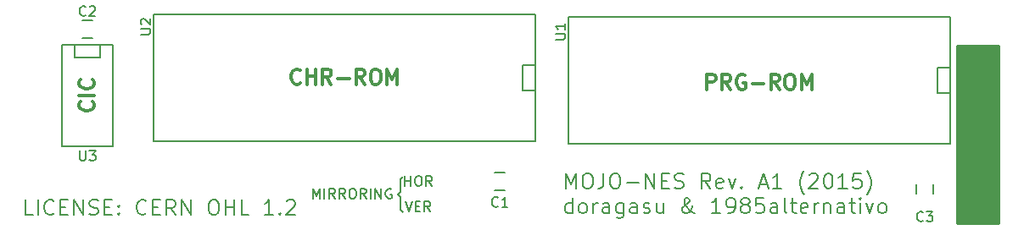
<source format=gbr>
G04 #@! TF.GenerationSoftware,KiCad,Pcbnew,(2016-12-22 revision d365dc590)-master*
G04 #@! TF.CreationDate,2016-12-28T11:12:27+01:00*
G04 #@! TF.ProjectId,mojo-nes,6D6F6A6F2D6E65732E6B696361645F70,rev?*
G04 #@! TF.FileFunction,Legend,Top*
G04 #@! TF.FilePolarity,Positive*
%FSLAX46Y46*%
G04 Gerber Fmt 4.6, Leading zero omitted, Abs format (unit mm)*
G04 Created by KiCad (PCBNEW (2016-12-22 revision d365dc590)-master) date Wed Dec 28 11:12:27 2016*
%MOMM*%
%LPD*%
G01*
G04 APERTURE LIST*
%ADD10C,0.100000*%
%ADD11C,0.203200*%
%ADD12C,0.300000*%
%ADD13C,0.152400*%
%ADD14C,0.150000*%
%ADD15C,0.254000*%
G04 APERTURE END LIST*
D10*
D11*
X95123000Y-115878428D02*
X94397285Y-115878428D01*
X94397285Y-114354428D01*
X95631000Y-115878428D02*
X95631000Y-114354428D01*
X97227571Y-115733285D02*
X97155000Y-115805857D01*
X96937285Y-115878428D01*
X96792142Y-115878428D01*
X96574428Y-115805857D01*
X96429285Y-115660714D01*
X96356714Y-115515571D01*
X96284142Y-115225285D01*
X96284142Y-115007571D01*
X96356714Y-114717285D01*
X96429285Y-114572142D01*
X96574428Y-114427000D01*
X96792142Y-114354428D01*
X96937285Y-114354428D01*
X97155000Y-114427000D01*
X97227571Y-114499571D01*
X97880714Y-115080142D02*
X98388714Y-115080142D01*
X98606428Y-115878428D02*
X97880714Y-115878428D01*
X97880714Y-114354428D01*
X98606428Y-114354428D01*
X99259571Y-115878428D02*
X99259571Y-114354428D01*
X100130428Y-115878428D01*
X100130428Y-114354428D01*
X100783571Y-115805857D02*
X101001285Y-115878428D01*
X101364142Y-115878428D01*
X101509285Y-115805857D01*
X101581857Y-115733285D01*
X101654428Y-115588142D01*
X101654428Y-115443000D01*
X101581857Y-115297857D01*
X101509285Y-115225285D01*
X101364142Y-115152714D01*
X101073857Y-115080142D01*
X100928714Y-115007571D01*
X100856142Y-114935000D01*
X100783571Y-114789857D01*
X100783571Y-114644714D01*
X100856142Y-114499571D01*
X100928714Y-114427000D01*
X101073857Y-114354428D01*
X101436714Y-114354428D01*
X101654428Y-114427000D01*
X102307571Y-115080142D02*
X102815571Y-115080142D01*
X103033285Y-115878428D02*
X102307571Y-115878428D01*
X102307571Y-114354428D01*
X103033285Y-114354428D01*
X103686428Y-115733285D02*
X103759000Y-115805857D01*
X103686428Y-115878428D01*
X103613857Y-115805857D01*
X103686428Y-115733285D01*
X103686428Y-115878428D01*
X103686428Y-114935000D02*
X103759000Y-115007571D01*
X103686428Y-115080142D01*
X103613857Y-115007571D01*
X103686428Y-114935000D01*
X103686428Y-115080142D01*
X106444142Y-115733285D02*
X106371571Y-115805857D01*
X106153857Y-115878428D01*
X106008714Y-115878428D01*
X105791000Y-115805857D01*
X105645857Y-115660714D01*
X105573285Y-115515571D01*
X105500714Y-115225285D01*
X105500714Y-115007571D01*
X105573285Y-114717285D01*
X105645857Y-114572142D01*
X105791000Y-114427000D01*
X106008714Y-114354428D01*
X106153857Y-114354428D01*
X106371571Y-114427000D01*
X106444142Y-114499571D01*
X107097285Y-115080142D02*
X107605285Y-115080142D01*
X107823000Y-115878428D02*
X107097285Y-115878428D01*
X107097285Y-114354428D01*
X107823000Y-114354428D01*
X109347000Y-115878428D02*
X108839000Y-115152714D01*
X108476142Y-115878428D02*
X108476142Y-114354428D01*
X109056714Y-114354428D01*
X109201857Y-114427000D01*
X109274428Y-114499571D01*
X109347000Y-114644714D01*
X109347000Y-114862428D01*
X109274428Y-115007571D01*
X109201857Y-115080142D01*
X109056714Y-115152714D01*
X108476142Y-115152714D01*
X110000142Y-115878428D02*
X110000142Y-114354428D01*
X110871000Y-115878428D01*
X110871000Y-114354428D01*
X113048142Y-114354428D02*
X113338428Y-114354428D01*
X113483571Y-114427000D01*
X113628714Y-114572142D01*
X113701285Y-114862428D01*
X113701285Y-115370428D01*
X113628714Y-115660714D01*
X113483571Y-115805857D01*
X113338428Y-115878428D01*
X113048142Y-115878428D01*
X112903000Y-115805857D01*
X112757857Y-115660714D01*
X112685285Y-115370428D01*
X112685285Y-114862428D01*
X112757857Y-114572142D01*
X112903000Y-114427000D01*
X113048142Y-114354428D01*
X114354428Y-115878428D02*
X114354428Y-114354428D01*
X114354428Y-115080142D02*
X115225285Y-115080142D01*
X115225285Y-115878428D02*
X115225285Y-114354428D01*
X116676714Y-115878428D02*
X115951000Y-115878428D01*
X115951000Y-114354428D01*
X119144142Y-115878428D02*
X118273285Y-115878428D01*
X118708714Y-115878428D02*
X118708714Y-114354428D01*
X118563571Y-114572142D01*
X118418428Y-114717285D01*
X118273285Y-114789857D01*
X119797285Y-115733285D02*
X119869857Y-115805857D01*
X119797285Y-115878428D01*
X119724714Y-115805857D01*
X119797285Y-115733285D01*
X119797285Y-115878428D01*
X120450428Y-114499571D02*
X120523000Y-114427000D01*
X120668142Y-114354428D01*
X121031000Y-114354428D01*
X121176142Y-114427000D01*
X121248714Y-114499571D01*
X121321285Y-114644714D01*
X121321285Y-114789857D01*
X121248714Y-115007571D01*
X120377857Y-115878428D01*
X121321285Y-115878428D01*
X148322937Y-113236828D02*
X148322937Y-111712828D01*
X148830937Y-112801400D01*
X149338937Y-111712828D01*
X149338937Y-113236828D01*
X150354937Y-111712828D02*
X150645222Y-111712828D01*
X150790365Y-111785400D01*
X150935508Y-111930542D01*
X151008080Y-112220828D01*
X151008080Y-112728828D01*
X150935508Y-113019114D01*
X150790365Y-113164257D01*
X150645222Y-113236828D01*
X150354937Y-113236828D01*
X150209794Y-113164257D01*
X150064651Y-113019114D01*
X149992080Y-112728828D01*
X149992080Y-112220828D01*
X150064651Y-111930542D01*
X150209794Y-111785400D01*
X150354937Y-111712828D01*
X152096651Y-111712828D02*
X152096651Y-112801400D01*
X152024080Y-113019114D01*
X151878937Y-113164257D01*
X151661222Y-113236828D01*
X151516080Y-113236828D01*
X153112651Y-111712828D02*
X153402937Y-111712828D01*
X153548080Y-111785400D01*
X153693222Y-111930542D01*
X153765794Y-112220828D01*
X153765794Y-112728828D01*
X153693222Y-113019114D01*
X153548080Y-113164257D01*
X153402937Y-113236828D01*
X153112651Y-113236828D01*
X152967508Y-113164257D01*
X152822365Y-113019114D01*
X152749794Y-112728828D01*
X152749794Y-112220828D01*
X152822365Y-111930542D01*
X152967508Y-111785400D01*
X153112651Y-111712828D01*
X154418937Y-112656257D02*
X155580080Y-112656257D01*
X156305794Y-113236828D02*
X156305794Y-111712828D01*
X157176651Y-113236828D01*
X157176651Y-111712828D01*
X157902365Y-112438542D02*
X158410365Y-112438542D01*
X158628080Y-113236828D02*
X157902365Y-113236828D01*
X157902365Y-111712828D01*
X158628080Y-111712828D01*
X159208651Y-113164257D02*
X159426365Y-113236828D01*
X159789222Y-113236828D01*
X159934365Y-113164257D01*
X160006937Y-113091685D01*
X160079508Y-112946542D01*
X160079508Y-112801400D01*
X160006937Y-112656257D01*
X159934365Y-112583685D01*
X159789222Y-112511114D01*
X159498937Y-112438542D01*
X159353794Y-112365971D01*
X159281222Y-112293400D01*
X159208651Y-112148257D01*
X159208651Y-112003114D01*
X159281222Y-111857971D01*
X159353794Y-111785400D01*
X159498937Y-111712828D01*
X159861794Y-111712828D01*
X160079508Y-111785400D01*
X162764651Y-113236828D02*
X162256651Y-112511114D01*
X161893794Y-113236828D02*
X161893794Y-111712828D01*
X162474365Y-111712828D01*
X162619508Y-111785400D01*
X162692080Y-111857971D01*
X162764651Y-112003114D01*
X162764651Y-112220828D01*
X162692080Y-112365971D01*
X162619508Y-112438542D01*
X162474365Y-112511114D01*
X161893794Y-112511114D01*
X163998365Y-113164257D02*
X163853222Y-113236828D01*
X163562937Y-113236828D01*
X163417794Y-113164257D01*
X163345222Y-113019114D01*
X163345222Y-112438542D01*
X163417794Y-112293400D01*
X163562937Y-112220828D01*
X163853222Y-112220828D01*
X163998365Y-112293400D01*
X164070937Y-112438542D01*
X164070937Y-112583685D01*
X163345222Y-112728828D01*
X164578937Y-112220828D02*
X164941794Y-113236828D01*
X165304651Y-112220828D01*
X165885222Y-113091685D02*
X165957794Y-113164257D01*
X165885222Y-113236828D01*
X165812651Y-113164257D01*
X165885222Y-113091685D01*
X165885222Y-113236828D01*
X167699508Y-112801400D02*
X168425222Y-112801400D01*
X167554365Y-113236828D02*
X168062365Y-111712828D01*
X168570365Y-113236828D01*
X169876651Y-113236828D02*
X169005794Y-113236828D01*
X169441222Y-113236828D02*
X169441222Y-111712828D01*
X169296080Y-111930542D01*
X169150937Y-112075685D01*
X169005794Y-112148257D01*
X172126365Y-113817400D02*
X172053794Y-113744828D01*
X171908651Y-113527114D01*
X171836080Y-113381971D01*
X171763508Y-113164257D01*
X171690937Y-112801400D01*
X171690937Y-112511114D01*
X171763508Y-112148257D01*
X171836080Y-111930542D01*
X171908651Y-111785400D01*
X172053794Y-111567685D01*
X172126365Y-111495114D01*
X172634365Y-111857971D02*
X172706937Y-111785400D01*
X172852080Y-111712828D01*
X173214937Y-111712828D01*
X173360080Y-111785400D01*
X173432651Y-111857971D01*
X173505222Y-112003114D01*
X173505222Y-112148257D01*
X173432651Y-112365971D01*
X172561794Y-113236828D01*
X173505222Y-113236828D01*
X174448651Y-111712828D02*
X174593794Y-111712828D01*
X174738937Y-111785400D01*
X174811508Y-111857971D01*
X174884080Y-112003114D01*
X174956651Y-112293400D01*
X174956651Y-112656257D01*
X174884080Y-112946542D01*
X174811508Y-113091685D01*
X174738937Y-113164257D01*
X174593794Y-113236828D01*
X174448651Y-113236828D01*
X174303508Y-113164257D01*
X174230937Y-113091685D01*
X174158365Y-112946542D01*
X174085794Y-112656257D01*
X174085794Y-112293400D01*
X174158365Y-112003114D01*
X174230937Y-111857971D01*
X174303508Y-111785400D01*
X174448651Y-111712828D01*
X176408080Y-113236828D02*
X175537222Y-113236828D01*
X175972651Y-113236828D02*
X175972651Y-111712828D01*
X175827508Y-111930542D01*
X175682365Y-112075685D01*
X175537222Y-112148257D01*
X177786937Y-111712828D02*
X177061222Y-111712828D01*
X176988651Y-112438542D01*
X177061222Y-112365971D01*
X177206365Y-112293400D01*
X177569222Y-112293400D01*
X177714365Y-112365971D01*
X177786937Y-112438542D01*
X177859508Y-112583685D01*
X177859508Y-112946542D01*
X177786937Y-113091685D01*
X177714365Y-113164257D01*
X177569222Y-113236828D01*
X177206365Y-113236828D01*
X177061222Y-113164257D01*
X176988651Y-113091685D01*
X178367508Y-113817400D02*
X178440080Y-113744828D01*
X178585222Y-113527114D01*
X178657794Y-113381971D01*
X178730365Y-113164257D01*
X178802937Y-112801400D01*
X178802937Y-112511114D01*
X178730365Y-112148257D01*
X178657794Y-111930542D01*
X178585222Y-111785400D01*
X178440080Y-111567685D01*
X178367508Y-111495114D01*
X148976080Y-115726028D02*
X148976080Y-114202028D01*
X148976080Y-115653457D02*
X148830937Y-115726028D01*
X148540651Y-115726028D01*
X148395508Y-115653457D01*
X148322937Y-115580885D01*
X148250365Y-115435742D01*
X148250365Y-115000314D01*
X148322937Y-114855171D01*
X148395508Y-114782600D01*
X148540651Y-114710028D01*
X148830937Y-114710028D01*
X148976080Y-114782600D01*
X149919508Y-115726028D02*
X149774365Y-115653457D01*
X149701794Y-115580885D01*
X149629222Y-115435742D01*
X149629222Y-115000314D01*
X149701794Y-114855171D01*
X149774365Y-114782600D01*
X149919508Y-114710028D01*
X150137222Y-114710028D01*
X150282365Y-114782600D01*
X150354937Y-114855171D01*
X150427508Y-115000314D01*
X150427508Y-115435742D01*
X150354937Y-115580885D01*
X150282365Y-115653457D01*
X150137222Y-115726028D01*
X149919508Y-115726028D01*
X151080651Y-115726028D02*
X151080651Y-114710028D01*
X151080651Y-115000314D02*
X151153222Y-114855171D01*
X151225794Y-114782600D01*
X151370937Y-114710028D01*
X151516080Y-114710028D01*
X152677222Y-115726028D02*
X152677222Y-114927742D01*
X152604651Y-114782600D01*
X152459508Y-114710028D01*
X152169222Y-114710028D01*
X152024080Y-114782600D01*
X152677222Y-115653457D02*
X152532080Y-115726028D01*
X152169222Y-115726028D01*
X152024080Y-115653457D01*
X151951508Y-115508314D01*
X151951508Y-115363171D01*
X152024080Y-115218028D01*
X152169222Y-115145457D01*
X152532080Y-115145457D01*
X152677222Y-115072885D01*
X154056080Y-114710028D02*
X154056080Y-115943742D01*
X153983508Y-116088885D01*
X153910937Y-116161457D01*
X153765794Y-116234028D01*
X153548080Y-116234028D01*
X153402937Y-116161457D01*
X154056080Y-115653457D02*
X153910937Y-115726028D01*
X153620651Y-115726028D01*
X153475508Y-115653457D01*
X153402937Y-115580885D01*
X153330365Y-115435742D01*
X153330365Y-115000314D01*
X153402937Y-114855171D01*
X153475508Y-114782600D01*
X153620651Y-114710028D01*
X153910937Y-114710028D01*
X154056080Y-114782600D01*
X155434937Y-115726028D02*
X155434937Y-114927742D01*
X155362365Y-114782600D01*
X155217222Y-114710028D01*
X154926937Y-114710028D01*
X154781794Y-114782600D01*
X155434937Y-115653457D02*
X155289794Y-115726028D01*
X154926937Y-115726028D01*
X154781794Y-115653457D01*
X154709222Y-115508314D01*
X154709222Y-115363171D01*
X154781794Y-115218028D01*
X154926937Y-115145457D01*
X155289794Y-115145457D01*
X155434937Y-115072885D01*
X156088080Y-115653457D02*
X156233222Y-115726028D01*
X156523508Y-115726028D01*
X156668651Y-115653457D01*
X156741222Y-115508314D01*
X156741222Y-115435742D01*
X156668651Y-115290600D01*
X156523508Y-115218028D01*
X156305794Y-115218028D01*
X156160651Y-115145457D01*
X156088080Y-115000314D01*
X156088080Y-114927742D01*
X156160651Y-114782600D01*
X156305794Y-114710028D01*
X156523508Y-114710028D01*
X156668651Y-114782600D01*
X158047508Y-114710028D02*
X158047508Y-115726028D01*
X157394365Y-114710028D02*
X157394365Y-115508314D01*
X157466937Y-115653457D01*
X157612080Y-115726028D01*
X157829794Y-115726028D01*
X157974937Y-115653457D01*
X158047508Y-115580885D01*
X161168080Y-115726028D02*
X161095508Y-115726028D01*
X160950365Y-115653457D01*
X160732651Y-115435742D01*
X160369794Y-115000314D01*
X160224651Y-114782600D01*
X160152080Y-114564885D01*
X160152080Y-114419742D01*
X160224651Y-114274600D01*
X160369794Y-114202028D01*
X160442365Y-114202028D01*
X160587508Y-114274600D01*
X160660080Y-114419742D01*
X160660080Y-114492314D01*
X160587508Y-114637457D01*
X160514937Y-114710028D01*
X160079508Y-115000314D01*
X160006937Y-115072885D01*
X159934365Y-115218028D01*
X159934365Y-115435742D01*
X160006937Y-115580885D01*
X160079508Y-115653457D01*
X160224651Y-115726028D01*
X160442365Y-115726028D01*
X160587508Y-115653457D01*
X160660080Y-115580885D01*
X160877794Y-115290600D01*
X160950365Y-115072885D01*
X160950365Y-114927742D01*
X163780651Y-115726028D02*
X162909794Y-115726028D01*
X163345222Y-115726028D02*
X163345222Y-114202028D01*
X163200080Y-114419742D01*
X163054937Y-114564885D01*
X162909794Y-114637457D01*
X164506365Y-115726028D02*
X164796651Y-115726028D01*
X164941794Y-115653457D01*
X165014365Y-115580885D01*
X165159508Y-115363171D01*
X165232080Y-115072885D01*
X165232080Y-114492314D01*
X165159508Y-114347171D01*
X165086937Y-114274600D01*
X164941794Y-114202028D01*
X164651508Y-114202028D01*
X164506365Y-114274600D01*
X164433794Y-114347171D01*
X164361222Y-114492314D01*
X164361222Y-114855171D01*
X164433794Y-115000314D01*
X164506365Y-115072885D01*
X164651508Y-115145457D01*
X164941794Y-115145457D01*
X165086937Y-115072885D01*
X165159508Y-115000314D01*
X165232080Y-114855171D01*
X166102937Y-114855171D02*
X165957794Y-114782600D01*
X165885222Y-114710028D01*
X165812651Y-114564885D01*
X165812651Y-114492314D01*
X165885222Y-114347171D01*
X165957794Y-114274600D01*
X166102937Y-114202028D01*
X166393222Y-114202028D01*
X166538365Y-114274600D01*
X166610937Y-114347171D01*
X166683508Y-114492314D01*
X166683508Y-114564885D01*
X166610937Y-114710028D01*
X166538365Y-114782600D01*
X166393222Y-114855171D01*
X166102937Y-114855171D01*
X165957794Y-114927742D01*
X165885222Y-115000314D01*
X165812651Y-115145457D01*
X165812651Y-115435742D01*
X165885222Y-115580885D01*
X165957794Y-115653457D01*
X166102937Y-115726028D01*
X166393222Y-115726028D01*
X166538365Y-115653457D01*
X166610937Y-115580885D01*
X166683508Y-115435742D01*
X166683508Y-115145457D01*
X166610937Y-115000314D01*
X166538365Y-114927742D01*
X166393222Y-114855171D01*
X168062365Y-114202028D02*
X167336651Y-114202028D01*
X167264080Y-114927742D01*
X167336651Y-114855171D01*
X167481794Y-114782600D01*
X167844651Y-114782600D01*
X167989794Y-114855171D01*
X168062365Y-114927742D01*
X168134937Y-115072885D01*
X168134937Y-115435742D01*
X168062365Y-115580885D01*
X167989794Y-115653457D01*
X167844651Y-115726028D01*
X167481794Y-115726028D01*
X167336651Y-115653457D01*
X167264080Y-115580885D01*
X169441222Y-115726028D02*
X169441222Y-114927742D01*
X169368651Y-114782600D01*
X169223508Y-114710028D01*
X168933222Y-114710028D01*
X168788080Y-114782600D01*
X169441222Y-115653457D02*
X169296080Y-115726028D01*
X168933222Y-115726028D01*
X168788080Y-115653457D01*
X168715508Y-115508314D01*
X168715508Y-115363171D01*
X168788080Y-115218028D01*
X168933222Y-115145457D01*
X169296080Y-115145457D01*
X169441222Y-115072885D01*
X170384651Y-115726028D02*
X170239508Y-115653457D01*
X170166937Y-115508314D01*
X170166937Y-114202028D01*
X170747508Y-114710028D02*
X171328080Y-114710028D01*
X170965222Y-114202028D02*
X170965222Y-115508314D01*
X171037794Y-115653457D01*
X171182937Y-115726028D01*
X171328080Y-115726028D01*
X172416651Y-115653457D02*
X172271508Y-115726028D01*
X171981222Y-115726028D01*
X171836080Y-115653457D01*
X171763508Y-115508314D01*
X171763508Y-114927742D01*
X171836080Y-114782600D01*
X171981222Y-114710028D01*
X172271508Y-114710028D01*
X172416651Y-114782600D01*
X172489222Y-114927742D01*
X172489222Y-115072885D01*
X171763508Y-115218028D01*
X173142365Y-115726028D02*
X173142365Y-114710028D01*
X173142365Y-115000314D02*
X173214937Y-114855171D01*
X173287508Y-114782600D01*
X173432651Y-114710028D01*
X173577794Y-114710028D01*
X174085794Y-114710028D02*
X174085794Y-115726028D01*
X174085794Y-114855171D02*
X174158365Y-114782600D01*
X174303508Y-114710028D01*
X174521222Y-114710028D01*
X174666365Y-114782600D01*
X174738937Y-114927742D01*
X174738937Y-115726028D01*
X176117794Y-115726028D02*
X176117794Y-114927742D01*
X176045222Y-114782600D01*
X175900080Y-114710028D01*
X175609794Y-114710028D01*
X175464651Y-114782600D01*
X176117794Y-115653457D02*
X175972651Y-115726028D01*
X175609794Y-115726028D01*
X175464651Y-115653457D01*
X175392080Y-115508314D01*
X175392080Y-115363171D01*
X175464651Y-115218028D01*
X175609794Y-115145457D01*
X175972651Y-115145457D01*
X176117794Y-115072885D01*
X176625794Y-114710028D02*
X177206365Y-114710028D01*
X176843508Y-114202028D02*
X176843508Y-115508314D01*
X176916080Y-115653457D01*
X177061222Y-115726028D01*
X177206365Y-115726028D01*
X177714365Y-115726028D02*
X177714365Y-114710028D01*
X177714365Y-114202028D02*
X177641794Y-114274600D01*
X177714365Y-114347171D01*
X177786937Y-114274600D01*
X177714365Y-114202028D01*
X177714365Y-114347171D01*
X178294937Y-114710028D02*
X178657794Y-115726028D01*
X179020651Y-114710028D01*
X179818937Y-115726028D02*
X179673794Y-115653457D01*
X179601222Y-115580885D01*
X179528651Y-115435742D01*
X179528651Y-115000314D01*
X179601222Y-114855171D01*
X179673794Y-114782600D01*
X179818937Y-114710028D01*
X180036651Y-114710028D01*
X180181794Y-114782600D01*
X180254365Y-114855171D01*
X180326937Y-115000314D01*
X180326937Y-115435742D01*
X180254365Y-115580885D01*
X180181794Y-115653457D01*
X180036651Y-115726028D01*
X179818937Y-115726028D01*
D12*
X101119714Y-104528857D02*
X101191142Y-104600285D01*
X101262571Y-104814571D01*
X101262571Y-104957428D01*
X101191142Y-105171714D01*
X101048285Y-105314571D01*
X100905428Y-105386000D01*
X100619714Y-105457428D01*
X100405428Y-105457428D01*
X100119714Y-105386000D01*
X99976857Y-105314571D01*
X99834000Y-105171714D01*
X99762571Y-104957428D01*
X99762571Y-104814571D01*
X99834000Y-104600285D01*
X99905428Y-104528857D01*
X101262571Y-103886000D02*
X99762571Y-103886000D01*
X101119714Y-102314571D02*
X101191142Y-102386000D01*
X101262571Y-102600285D01*
X101262571Y-102743142D01*
X101191142Y-102957428D01*
X101048285Y-103100285D01*
X100905428Y-103171714D01*
X100619714Y-103243142D01*
X100405428Y-103243142D01*
X100119714Y-103171714D01*
X99976857Y-103100285D01*
X99834000Y-102957428D01*
X99762571Y-102743142D01*
X99762571Y-102600285D01*
X99834000Y-102386000D01*
X99905428Y-102314571D01*
D13*
X131826000Y-115316000D02*
X132080000Y-115570000D01*
X131826000Y-114046000D02*
X131826000Y-115316000D01*
X131572000Y-113792000D02*
X131826000Y-114046000D01*
X131826000Y-113538000D02*
X131572000Y-113792000D01*
X131826000Y-112268000D02*
X131826000Y-113538000D01*
X132080000Y-112014000D02*
X131826000Y-112268000D01*
X123081142Y-114251619D02*
X123081142Y-113235619D01*
X123419809Y-113961333D01*
X123758476Y-113235619D01*
X123758476Y-114251619D01*
X124242285Y-114251619D02*
X124242285Y-113235619D01*
X125306666Y-114251619D02*
X124968000Y-113767809D01*
X124726095Y-114251619D02*
X124726095Y-113235619D01*
X125113142Y-113235619D01*
X125209904Y-113284000D01*
X125258285Y-113332380D01*
X125306666Y-113429142D01*
X125306666Y-113574285D01*
X125258285Y-113671047D01*
X125209904Y-113719428D01*
X125113142Y-113767809D01*
X124726095Y-113767809D01*
X126322666Y-114251619D02*
X125984000Y-113767809D01*
X125742095Y-114251619D02*
X125742095Y-113235619D01*
X126129142Y-113235619D01*
X126225904Y-113284000D01*
X126274285Y-113332380D01*
X126322666Y-113429142D01*
X126322666Y-113574285D01*
X126274285Y-113671047D01*
X126225904Y-113719428D01*
X126129142Y-113767809D01*
X125742095Y-113767809D01*
X126951619Y-113235619D02*
X127145142Y-113235619D01*
X127241904Y-113284000D01*
X127338666Y-113380761D01*
X127387047Y-113574285D01*
X127387047Y-113912952D01*
X127338666Y-114106476D01*
X127241904Y-114203238D01*
X127145142Y-114251619D01*
X126951619Y-114251619D01*
X126854857Y-114203238D01*
X126758095Y-114106476D01*
X126709714Y-113912952D01*
X126709714Y-113574285D01*
X126758095Y-113380761D01*
X126854857Y-113284000D01*
X126951619Y-113235619D01*
X128403047Y-114251619D02*
X128064380Y-113767809D01*
X127822476Y-114251619D02*
X127822476Y-113235619D01*
X128209523Y-113235619D01*
X128306285Y-113284000D01*
X128354666Y-113332380D01*
X128403047Y-113429142D01*
X128403047Y-113574285D01*
X128354666Y-113671047D01*
X128306285Y-113719428D01*
X128209523Y-113767809D01*
X127822476Y-113767809D01*
X128838476Y-114251619D02*
X128838476Y-113235619D01*
X129322285Y-114251619D02*
X129322285Y-113235619D01*
X129902857Y-114251619D01*
X129902857Y-113235619D01*
X130918857Y-113284000D02*
X130822095Y-113235619D01*
X130676952Y-113235619D01*
X130531809Y-113284000D01*
X130435047Y-113380761D01*
X130386666Y-113477523D01*
X130338285Y-113671047D01*
X130338285Y-113816190D01*
X130386666Y-114009714D01*
X130435047Y-114106476D01*
X130531809Y-114203238D01*
X130676952Y-114251619D01*
X130773714Y-114251619D01*
X130918857Y-114203238D01*
X130967238Y-114154857D01*
X130967238Y-113816190D01*
X130773714Y-113816190D01*
X132297714Y-114505619D02*
X132636380Y-115521619D01*
X132975047Y-114505619D01*
X133313714Y-114989428D02*
X133652380Y-114989428D01*
X133797523Y-115521619D02*
X133313714Y-115521619D01*
X133313714Y-114505619D01*
X133797523Y-114505619D01*
X134813523Y-115521619D02*
X134474857Y-115037809D01*
X134232952Y-115521619D02*
X134232952Y-114505619D01*
X134620000Y-114505619D01*
X134716761Y-114554000D01*
X134765142Y-114602380D01*
X134813523Y-114699142D01*
X134813523Y-114844285D01*
X134765142Y-114941047D01*
X134716761Y-114989428D01*
X134620000Y-115037809D01*
X134232952Y-115037809D01*
X132273523Y-112981619D02*
X132273523Y-111965619D01*
X132273523Y-112449428D02*
X132854095Y-112449428D01*
X132854095Y-112981619D02*
X132854095Y-111965619D01*
X133531428Y-111965619D02*
X133724952Y-111965619D01*
X133821714Y-112014000D01*
X133918476Y-112110761D01*
X133966857Y-112304285D01*
X133966857Y-112642952D01*
X133918476Y-112836476D01*
X133821714Y-112933238D01*
X133724952Y-112981619D01*
X133531428Y-112981619D01*
X133434666Y-112933238D01*
X133337904Y-112836476D01*
X133289523Y-112642952D01*
X133289523Y-112304285D01*
X133337904Y-112110761D01*
X133434666Y-112014000D01*
X133531428Y-111965619D01*
X134982857Y-112981619D02*
X134644190Y-112497809D01*
X134402285Y-112981619D02*
X134402285Y-111965619D01*
X134789333Y-111965619D01*
X134886095Y-112014000D01*
X134934476Y-112062380D01*
X134982857Y-112159142D01*
X134982857Y-112304285D01*
X134934476Y-112401047D01*
X134886095Y-112449428D01*
X134789333Y-112497809D01*
X134402285Y-112497809D01*
D12*
X162425714Y-103294571D02*
X162425714Y-101794571D01*
X162997142Y-101794571D01*
X163140000Y-101866000D01*
X163211428Y-101937428D01*
X163282857Y-102080285D01*
X163282857Y-102294571D01*
X163211428Y-102437428D01*
X163140000Y-102508857D01*
X162997142Y-102580285D01*
X162425714Y-102580285D01*
X164782857Y-103294571D02*
X164282857Y-102580285D01*
X163925714Y-103294571D02*
X163925714Y-101794571D01*
X164497142Y-101794571D01*
X164640000Y-101866000D01*
X164711428Y-101937428D01*
X164782857Y-102080285D01*
X164782857Y-102294571D01*
X164711428Y-102437428D01*
X164640000Y-102508857D01*
X164497142Y-102580285D01*
X163925714Y-102580285D01*
X166211428Y-101866000D02*
X166068571Y-101794571D01*
X165854285Y-101794571D01*
X165640000Y-101866000D01*
X165497142Y-102008857D01*
X165425714Y-102151714D01*
X165354285Y-102437428D01*
X165354285Y-102651714D01*
X165425714Y-102937428D01*
X165497142Y-103080285D01*
X165640000Y-103223142D01*
X165854285Y-103294571D01*
X165997142Y-103294571D01*
X166211428Y-103223142D01*
X166282857Y-103151714D01*
X166282857Y-102651714D01*
X165997142Y-102651714D01*
X166925714Y-102723142D02*
X168068571Y-102723142D01*
X169640000Y-103294571D02*
X169140000Y-102580285D01*
X168782857Y-103294571D02*
X168782857Y-101794571D01*
X169354285Y-101794571D01*
X169497142Y-101866000D01*
X169568571Y-101937428D01*
X169640000Y-102080285D01*
X169640000Y-102294571D01*
X169568571Y-102437428D01*
X169497142Y-102508857D01*
X169354285Y-102580285D01*
X168782857Y-102580285D01*
X170568571Y-101794571D02*
X170854285Y-101794571D01*
X170997142Y-101866000D01*
X171140000Y-102008857D01*
X171211428Y-102294571D01*
X171211428Y-102794571D01*
X171140000Y-103080285D01*
X170997142Y-103223142D01*
X170854285Y-103294571D01*
X170568571Y-103294571D01*
X170425714Y-103223142D01*
X170282857Y-103080285D01*
X170211428Y-102794571D01*
X170211428Y-102294571D01*
X170282857Y-102008857D01*
X170425714Y-101866000D01*
X170568571Y-101794571D01*
X171854285Y-103294571D02*
X171854285Y-101794571D01*
X172354285Y-102866000D01*
X172854285Y-101794571D01*
X172854285Y-103294571D01*
X121845142Y-102643714D02*
X121773714Y-102715142D01*
X121559428Y-102786571D01*
X121416571Y-102786571D01*
X121202285Y-102715142D01*
X121059428Y-102572285D01*
X120988000Y-102429428D01*
X120916571Y-102143714D01*
X120916571Y-101929428D01*
X120988000Y-101643714D01*
X121059428Y-101500857D01*
X121202285Y-101358000D01*
X121416571Y-101286571D01*
X121559428Y-101286571D01*
X121773714Y-101358000D01*
X121845142Y-101429428D01*
X122488000Y-102786571D02*
X122488000Y-101286571D01*
X122488000Y-102000857D02*
X123345142Y-102000857D01*
X123345142Y-102786571D02*
X123345142Y-101286571D01*
X124916571Y-102786571D02*
X124416571Y-102072285D01*
X124059428Y-102786571D02*
X124059428Y-101286571D01*
X124630857Y-101286571D01*
X124773714Y-101358000D01*
X124845142Y-101429428D01*
X124916571Y-101572285D01*
X124916571Y-101786571D01*
X124845142Y-101929428D01*
X124773714Y-102000857D01*
X124630857Y-102072285D01*
X124059428Y-102072285D01*
X125559428Y-102215142D02*
X126702285Y-102215142D01*
X128273714Y-102786571D02*
X127773714Y-102072285D01*
X127416571Y-102786571D02*
X127416571Y-101286571D01*
X127988000Y-101286571D01*
X128130857Y-101358000D01*
X128202285Y-101429428D01*
X128273714Y-101572285D01*
X128273714Y-101786571D01*
X128202285Y-101929428D01*
X128130857Y-102000857D01*
X127988000Y-102072285D01*
X127416571Y-102072285D01*
X129202285Y-101286571D02*
X129488000Y-101286571D01*
X129630857Y-101358000D01*
X129773714Y-101500857D01*
X129845142Y-101786571D01*
X129845142Y-102286571D01*
X129773714Y-102572285D01*
X129630857Y-102715142D01*
X129488000Y-102786571D01*
X129202285Y-102786571D01*
X129059428Y-102715142D01*
X128916571Y-102572285D01*
X128845142Y-102286571D01*
X128845142Y-101786571D01*
X128916571Y-101500857D01*
X129059428Y-101358000D01*
X129202285Y-101286571D01*
X130488000Y-102786571D02*
X130488000Y-101286571D01*
X130988000Y-102358000D01*
X131488000Y-101286571D01*
X131488000Y-102786571D01*
D14*
X141232000Y-113372000D02*
X142232000Y-113372000D01*
X142232000Y-111672000D02*
X141232000Y-111672000D01*
X100084000Y-98132000D02*
X101084000Y-98132000D01*
X101084000Y-96432000D02*
X100084000Y-96432000D01*
X185000000Y-113784000D02*
X185000000Y-112784000D01*
X183300000Y-112784000D02*
X183300000Y-113784000D01*
X186690000Y-103632000D02*
X186690000Y-103632000D01*
X186690000Y-103632000D02*
X185420000Y-103632000D01*
X185420000Y-103632000D02*
X185420000Y-101092000D01*
X185420000Y-101092000D02*
X186690000Y-101092000D01*
X186690000Y-108712000D02*
X148590000Y-108712000D01*
X148590000Y-108712000D02*
X148590000Y-96012000D01*
X148590000Y-96012000D02*
X186690000Y-96012000D01*
X186690000Y-96012000D02*
X186690000Y-108712000D01*
X145288000Y-103378000D02*
X145288000Y-103378000D01*
X145288000Y-103378000D02*
X144018000Y-103378000D01*
X144018000Y-103378000D02*
X144018000Y-100838000D01*
X144018000Y-100838000D02*
X145288000Y-100838000D01*
X145288000Y-108458000D02*
X107188000Y-108458000D01*
X107188000Y-108458000D02*
X107188000Y-95758000D01*
X107188000Y-95758000D02*
X145288000Y-95758000D01*
X145288000Y-95758000D02*
X145288000Y-108458000D01*
X101854000Y-98806000D02*
X101854000Y-100076000D01*
X101854000Y-100076000D02*
X99314000Y-100076000D01*
X99314000Y-100076000D02*
X99314000Y-98806000D01*
X103124000Y-98806000D02*
X103124000Y-108966000D01*
X103124000Y-108966000D02*
X98044000Y-108966000D01*
X98044000Y-108966000D02*
X98044000Y-98806000D01*
X98044000Y-98806000D02*
X103124000Y-98806000D01*
X141565333Y-114979142D02*
X141517714Y-115026761D01*
X141374857Y-115074380D01*
X141279619Y-115074380D01*
X141136761Y-115026761D01*
X141041523Y-114931523D01*
X140993904Y-114836285D01*
X140946285Y-114645809D01*
X140946285Y-114502952D01*
X140993904Y-114312476D01*
X141041523Y-114217238D01*
X141136761Y-114122000D01*
X141279619Y-114074380D01*
X141374857Y-114074380D01*
X141517714Y-114122000D01*
X141565333Y-114169619D01*
X142517714Y-115074380D02*
X141946285Y-115074380D01*
X142232000Y-115074380D02*
X142232000Y-114074380D01*
X142136761Y-114217238D01*
X142041523Y-114312476D01*
X141946285Y-114360095D01*
X100417333Y-95861142D02*
X100369714Y-95908761D01*
X100226857Y-95956380D01*
X100131619Y-95956380D01*
X99988761Y-95908761D01*
X99893523Y-95813523D01*
X99845904Y-95718285D01*
X99798285Y-95527809D01*
X99798285Y-95384952D01*
X99845904Y-95194476D01*
X99893523Y-95099238D01*
X99988761Y-95004000D01*
X100131619Y-94956380D01*
X100226857Y-94956380D01*
X100369714Y-95004000D01*
X100417333Y-95051619D01*
X100798285Y-95051619D02*
X100845904Y-95004000D01*
X100941142Y-94956380D01*
X101179238Y-94956380D01*
X101274476Y-95004000D01*
X101322095Y-95051619D01*
X101369714Y-95146857D01*
X101369714Y-95242095D01*
X101322095Y-95384952D01*
X100750666Y-95956380D01*
X101369714Y-95956380D01*
X183983333Y-116435142D02*
X183935714Y-116482761D01*
X183792857Y-116530380D01*
X183697619Y-116530380D01*
X183554761Y-116482761D01*
X183459523Y-116387523D01*
X183411904Y-116292285D01*
X183364285Y-116101809D01*
X183364285Y-115958952D01*
X183411904Y-115768476D01*
X183459523Y-115673238D01*
X183554761Y-115578000D01*
X183697619Y-115530380D01*
X183792857Y-115530380D01*
X183935714Y-115578000D01*
X183983333Y-115625619D01*
X184316666Y-115530380D02*
X184935714Y-115530380D01*
X184602380Y-115911333D01*
X184745238Y-115911333D01*
X184840476Y-115958952D01*
X184888095Y-116006571D01*
X184935714Y-116101809D01*
X184935714Y-116339904D01*
X184888095Y-116435142D01*
X184840476Y-116482761D01*
X184745238Y-116530380D01*
X184459523Y-116530380D01*
X184364285Y-116482761D01*
X184316666Y-116435142D01*
X147280380Y-98297904D02*
X148089904Y-98297904D01*
X148185142Y-98250285D01*
X148232761Y-98202666D01*
X148280380Y-98107428D01*
X148280380Y-97916952D01*
X148232761Y-97821714D01*
X148185142Y-97774095D01*
X148089904Y-97726476D01*
X147280380Y-97726476D01*
X148280380Y-96726476D02*
X148280380Y-97297904D01*
X148280380Y-97012190D02*
X147280380Y-97012190D01*
X147423238Y-97107428D01*
X147518476Y-97202666D01*
X147566095Y-97297904D01*
X105878380Y-97789904D02*
X106687904Y-97789904D01*
X106783142Y-97742285D01*
X106830761Y-97694666D01*
X106878380Y-97599428D01*
X106878380Y-97408952D01*
X106830761Y-97313714D01*
X106783142Y-97266095D01*
X106687904Y-97218476D01*
X105878380Y-97218476D01*
X105973619Y-96789904D02*
X105926000Y-96742285D01*
X105878380Y-96647047D01*
X105878380Y-96408952D01*
X105926000Y-96313714D01*
X105973619Y-96266095D01*
X106068857Y-96218476D01*
X106164095Y-96218476D01*
X106306952Y-96266095D01*
X106878380Y-96837523D01*
X106878380Y-96218476D01*
X99822095Y-109434380D02*
X99822095Y-110243904D01*
X99869714Y-110339142D01*
X99917333Y-110386761D01*
X100012571Y-110434380D01*
X100203047Y-110434380D01*
X100298285Y-110386761D01*
X100345904Y-110339142D01*
X100393523Y-110243904D01*
X100393523Y-109434380D01*
X100774476Y-109434380D02*
X101393523Y-109434380D01*
X101060190Y-109815333D01*
X101203047Y-109815333D01*
X101298285Y-109862952D01*
X101345904Y-109910571D01*
X101393523Y-110005809D01*
X101393523Y-110243904D01*
X101345904Y-110339142D01*
X101298285Y-110386761D01*
X101203047Y-110434380D01*
X100917333Y-110434380D01*
X100822095Y-110386761D01*
X100774476Y-110339142D01*
D15*
G36*
X191516000Y-116713000D02*
X187325000Y-116713000D01*
X187325000Y-98933000D01*
X191516000Y-98933000D01*
X191516000Y-116713000D01*
X191516000Y-116713000D01*
G37*
X191516000Y-116713000D02*
X187325000Y-116713000D01*
X187325000Y-98933000D01*
X191516000Y-98933000D01*
X191516000Y-116713000D01*
M02*

</source>
